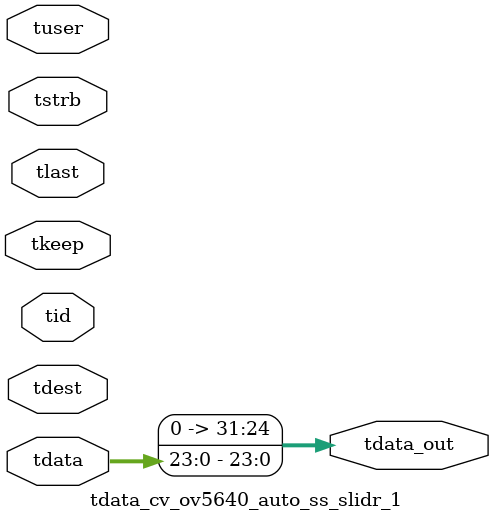
<source format=v>


`timescale 1ps/1ps

module tdata_cv_ov5640_auto_ss_slidr_1 #
(
parameter C_S_AXIS_TDATA_WIDTH = 32,
parameter C_S_AXIS_TUSER_WIDTH = 0,
parameter C_S_AXIS_TID_WIDTH   = 0,
parameter C_S_AXIS_TDEST_WIDTH = 0,
parameter C_M_AXIS_TDATA_WIDTH = 32
)
(
input  [(C_S_AXIS_TDATA_WIDTH == 0 ? 1 : C_S_AXIS_TDATA_WIDTH)-1:0     ] tdata,
input  [(C_S_AXIS_TUSER_WIDTH == 0 ? 1 : C_S_AXIS_TUSER_WIDTH)-1:0     ] tuser,
input  [(C_S_AXIS_TID_WIDTH   == 0 ? 1 : C_S_AXIS_TID_WIDTH)-1:0       ] tid,
input  [(C_S_AXIS_TDEST_WIDTH == 0 ? 1 : C_S_AXIS_TDEST_WIDTH)-1:0     ] tdest,
input  [(C_S_AXIS_TDATA_WIDTH/8)-1:0 ] tkeep,
input  [(C_S_AXIS_TDATA_WIDTH/8)-1:0 ] tstrb,
input                                                                    tlast,
output [C_M_AXIS_TDATA_WIDTH-1:0] tdata_out
);

assign tdata_out = {tdata[23:0]};

endmodule


</source>
